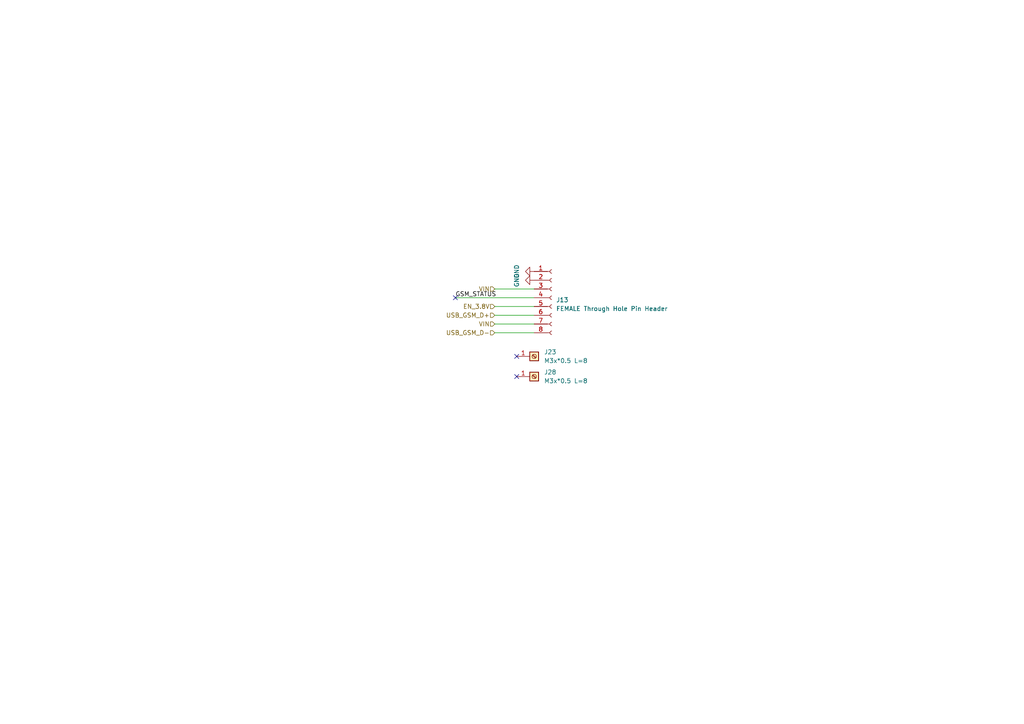
<source format=kicad_sch>
(kicad_sch (version 20230819) (generator eeschema)
  (paper "A4")
  (lib_symbols
    (symbol "Connector:Conn_01x08_Socket" (pin_names (offset 1.016) hide)
      (property "Reference" "J" (at 0 10.16 0))
      (property "Value" "Conn_01x08_Socket" (at 0 -12.7 0))
      (symbol "Conn_01x08_Socket_1_1"
        (arc (start 0 -9.652) (mid -0.5058 -10.16) (end 0 -10.668) (stroke (width 0.1524)))
        (arc (start 0 -7.112) (mid -0.5058 -7.62) (end 0 -8.128) (stroke (width 0.1524)))
        (arc (start 0 -4.572) (mid -0.5058 -5.08) (end 0 -5.588) (stroke (width 0.1524)))
        (arc (start 0 -2.032) (mid -0.5058 -2.54) (end 0 -3.048) (stroke (width 0.1524)))
        (polyline (pts (xy -1.27 -10.16) (xy -0.508 -10.16)) (stroke (width 0.1524)))
        (polyline (pts (xy -1.27 -7.62) (xy -0.508 -7.62)) (stroke (width 0.1524)))
        (polyline (pts (xy -1.27 -5.08) (xy -0.508 -5.08)) (stroke (width 0.1524)))
        (polyline (pts (xy -1.27 -2.54) (xy -0.508 -2.54)) (stroke (width 0.1524)))
        (polyline (pts (xy -1.27 0) (xy -0.508 0)) (stroke (width 0.1524)))
        (polyline (pts (xy -1.27 2.54) (xy -0.508 2.54)) (stroke (width 0.1524)))
        (polyline (pts (xy -1.27 5.08) (xy -0.508 5.08)) (stroke (width 0.1524)))
        (polyline (pts (xy -1.27 7.62) (xy -0.508 7.62)) (stroke (width 0.1524)))
        (arc (start 0 0.508) (mid -0.5058 0) (end 0 -0.508) (stroke (width 0.1524)))
        (arc (start 0 3.048) (mid -0.5058 2.54) (end 0 2.032) (stroke (width 0.1524)))
        (arc (start 0 5.588) (mid -0.5058 5.08) (end 0 4.572) (stroke (width 0.1524)))
        (arc (start 0 8.128) (mid -0.5058 7.62) (end 0 7.112) (stroke (width 0.1524)))
        (pin passive line (at -5.08 7.62 0) (length 3.81) (name "Pin_1") (number "1"))
        (pin passive line (at -5.08 5.08 0) (length 3.81) (name "Pin_2") (number "2"))
        (pin passive line (at -5.08 2.54 0) (length 3.81) (name "Pin_3") (number "3"))
        (pin passive line (at -5.08 0 0) (length 3.81) (name "Pin_4") (number "4"))
        (pin passive line (at -5.08 -2.54 0) (length 3.81) (name "Pin_5") (number "5"))
        (pin passive line (at -5.08 -5.08 0) (length 3.81) (name "Pin_6") (number "6"))
        (pin passive line (at -5.08 -7.62 0) (length 3.81) (name "Pin_7") (number "7"))
        (pin passive line (at -5.08 -10.16 0) (length 3.81) (name "Pin_8") (number "8"))
      )
    )
    (symbol "Connector:Screw_Terminal_01x01" (pin_names (offset 1.016) hide)
      (property "Reference" "J" (at 0 2.54 0))
      (property "Value" "Screw_Terminal_01x01" (at 0 -2.54 0))
      (symbol "Screw_Terminal_01x01_1_1"
        (rectangle (start -1.27 1.27) (end 1.27 -1.27) (stroke (width 0.254)) (fill (type background)))
        (polyline (pts (xy -0.5334 0.3302) (xy 0.3302 -0.508)) (stroke (width 0.1524)))
        (polyline (pts (xy -0.3556 0.508) (xy 0.508 -0.3302)) (stroke (width 0.1524)))
        (circle (center 0 0) (radius 0.635) (stroke (width 0.1524)))
        (pin passive line (at -5.08 0 0) (length 3.81) (name "Pin_1") (number "1"))
      )
    )
    (symbol "power:GND" (power) (pin_names (offset 0))
      (property "Value" "GND" (at 0 -3.81 0))
      (symbol "GND_0_1"
        (polyline (pts (xy 0 0) (xy 0 -1.27) (xy 1.27 -1.27) (xy 0 -2.54) (xy -1.27 -1.27) (xy 0 -1.27)))
      )
      (symbol "GND_1_1"
        (pin power_in line (at 0 0 270) (length 0) hide (name "GND") (number "1"))
      )
    )
  )
  (no_connect (at 149.86 103.3698))
  (no_connect (at 149.86 109.22))
  (no_connect (at 132.08 86.36))
  (wire (pts (xy 143.51 83.82) (xy 154.94 83.82)))
  (wire (pts (xy 143.51 96.52) (xy 154.94 96.52)))
  (wire (pts (xy 143.51 88.9) (xy 154.94 88.9)))
  (wire (pts (xy 143.51 93.98) (xy 154.94 93.98)))
  (wire (pts (xy 143.51 91.44) (xy 154.94 91.44)))
  (wire (pts (xy 132.08 86.36) (xy 154.94 86.36)))
  (label "GSM_STATUS" (at 132.08 86.36 0))
  (hierarchical_label "USB_GSM_D-" (shape input) (at 143.51 96.52 180))
  (hierarchical_label "VIN" (shape input) (at 143.51 83.82 180))
  (hierarchical_label "USB_GSM_D+" (shape input) (at 143.51 91.44 180))
  (hierarchical_label "EN_3.8V" (shape input) (at 143.51 88.9 180))
  (hierarchical_label "VIN" (shape input) (at 143.51 93.98 180))
  (symbol (lib_id "power:GND") (at 154.94 78.74 270) (unit 1)
    (property "Reference" "#PWR0142" (effects hide))
    (property "Value" "GND" (at 149.86 78.74 0))
    (instances (project "RP2040_minimal" (path "" (reference "#PWR0142") (unit 1))) (project "LM1117" (path "" (reference "#PWR013") (unit 1)) (path "" (reference "#PWR05") (unit 1))) (project "IO_Board" (path "" (reference "#PWR01") (unit 1))))
  )
  (symbol (lib_id "Connector:Screw_Terminal_01x01") (at 154.94 103.3698 0) (unit 1)
    (property "Reference" "J23" (at 157.7915 102.0997 0) (effects (justify left)))
    (property "Value" "M3x*0.5 L=8" (at 157.7915 104.6397 0) (effects (justify left)))
    (property "Footprint" "Library:Screw_terminal_shinbo" (effects hide))
    (property "Description" "Board mounting elevator    M3 hole size, 4 pins PCB-64-M3" (effects hide))
    (property "MPN" "M3x*0.5 L=8" (effects hide))
    (instances (project "RP2040_minimal" (path "" (reference "J23") (unit 1))) (project "LM1117" (path "" (reference "J?") (unit 1)) (path "" (reference "J?") (unit 1))) (project "IO_Board" (path "" (reference "J10") (unit 1))))
  )
  (symbol (lib_id "Connector:Conn_01x08_Socket") (at 160.02 86.36 0) (unit 1)
    (property "Reference" "J13" (at 161.29 86.995 0) (effects (justify left)))
    (property "Value" "FEMALE Through Hole Pin Header" (at 161.29 89.535 0) (effects (justify left)))
    (property "Footprint" "Connector_PinSocket_2.00mm:PinSocket_2x04_P2.00mm_Vertical" (effects hide))
    (property "MPN" "FEMALE Through Hole Pin Header" (effects hide))
    (instances (project "RP2040_minimal" (path "" (reference "J13") (unit 1))) (project "LM1117" (path "" (reference "J?") (unit 1)) (path "" (reference "J?") (unit 1))) (project "IO_Board" (path "" (reference "J12") (unit 1))))
  )
  (symbol (lib_id "power:GND") (at 154.94 81.28 270) (unit 1)
    (property "Reference" "#PWR05" (effects hide))
    (property "Value" "GND" (at 149.86 81.28 0))
    (instances (project "RP2040_minimal" (path "" (reference "#PWR05") (unit 1))) (project "LM1117" (path "" (reference "#PWR014") (unit 1)) (path "" (reference "#PWR06") (unit 1))) (project "IO_Board" (path "" (reference "#PWR02") (unit 1))))
  )
  (symbol (lib_id "Connector:Screw_Terminal_01x01") (at 154.94 109.22 0) (unit 1)
    (property "Reference" "J28" (at 157.7915 107.9499 0) (effects (justify left)))
    (property "Value" "M3x*0.5 L=8" (at 157.7915 110.4899 0) (effects (justify left)))
    (property "Footprint" "Library:Screw_terminal_shinbo" (effects hide))
    (property "Description" "Board mounting elevator    M3 hole size, 4 pins PCB-64-M3" (effects hide))
    (property "MPN" "M3x*0.5 L=8" (effects hide))
    (instances (project "RP2040_minimal" (path "" (reference "J28") (unit 1))) (project "LM1117" (path "" (reference "J?") (unit 1)) (path "" (reference "J?") (unit 1))) (project "IO_Board" (path "" (reference "J11") (unit 1))))
  )
)
</source>
